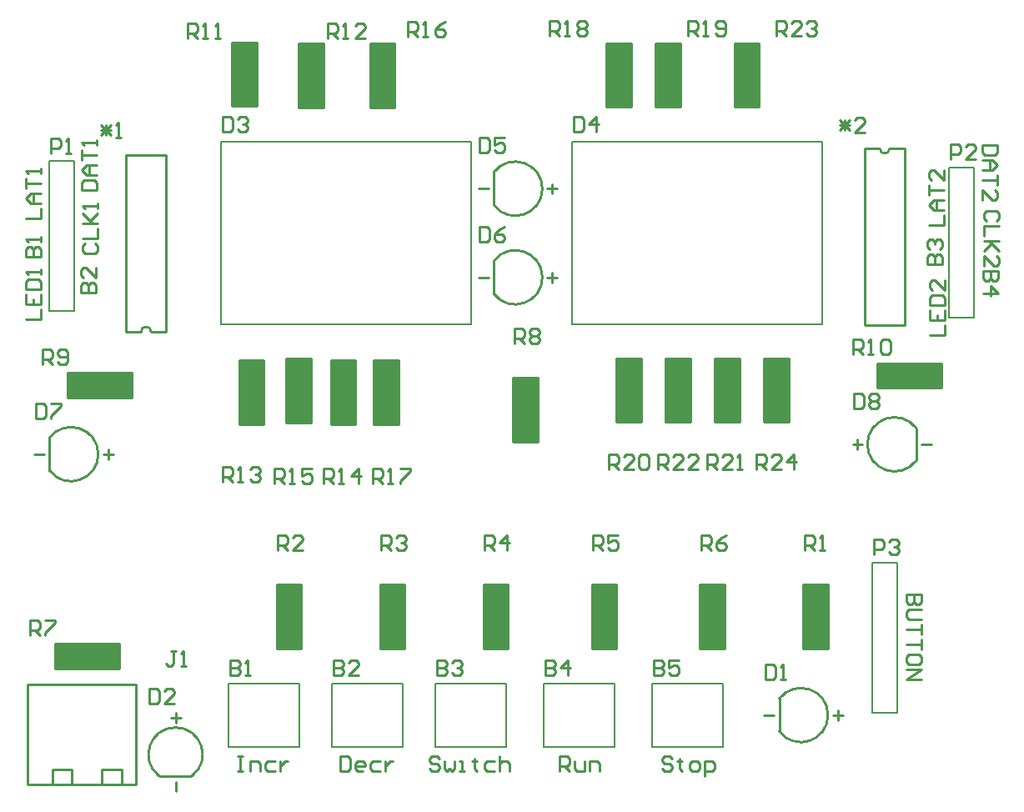
<source format=gto>
G04 Layer_Color=65535*
%FSTAX24Y24*%
%MOIN*%
G70*
G01*
G75*
%ADD19C,0.0100*%
%ADD20C,0.0059*%
%ADD21C,0.0079*%
%ADD22R,0.0984X0.2559*%
%ADD23R,0.2559X0.0984*%
D19*
X050512Y040295D02*
G03*
X050512Y041594I000866J00065D01*
G01*
X027028Y038504D02*
G03*
X025728Y038504I-00065J000866D01*
G01*
X039094Y061343D02*
G03*
X039094Y062642I000866J00065D01*
G01*
Y0578D02*
G03*
X039094Y059099I000866J00065D01*
G01*
X021339Y050728D02*
G03*
X021339Y052028I000866J00065D01*
G01*
X055984Y052421D02*
G03*
X055984Y051122I-000866J-00065D01*
G01*
X054528Y063602D02*
G03*
X054921Y063602I000197J0D01*
G01*
X025394Y05628D02*
G03*
X025Y05628I-000197J-0D01*
G01*
X04872Y065256D02*
Y067815D01*
X049705D01*
Y065256D02*
Y067815D01*
X04872Y065256D02*
X049705D01*
X045571Y065256D02*
Y067815D01*
X046555D01*
Y065256D02*
Y067815D01*
X045571Y065256D02*
X046555D01*
X043602D02*
Y067815D01*
X044587D01*
Y065256D02*
Y067815D01*
X043602Y065256D02*
X044587D01*
X050886Y052657D02*
Y055217D01*
X049902Y052657D02*
X050886D01*
X049902D02*
Y055217D01*
X050886D01*
X048917Y052657D02*
Y055217D01*
X047933Y052657D02*
X048917D01*
X047933D02*
Y055217D01*
X048917D01*
X046949Y052657D02*
Y055217D01*
X045965Y052657D02*
X046949D01*
X045965D02*
Y055217D01*
X046949D01*
X04498Y052657D02*
Y055217D01*
X043996Y052657D02*
X04498D01*
X043996D02*
Y055217D01*
X04498D01*
X034154Y065241D02*
Y0678D01*
X035138D01*
Y065241D02*
Y0678D01*
X034154Y065241D02*
X035138D01*
X031303D02*
Y0678D01*
X032287D01*
Y065241D02*
Y0678D01*
X031303Y065241D02*
X032287D01*
X028642Y065295D02*
Y067854D01*
X029626D01*
Y065295D02*
Y067854D01*
X028642Y065295D02*
X029626D01*
X03528Y052563D02*
Y055122D01*
X034295Y052563D02*
X03528D01*
X034295D02*
Y055122D01*
X03528D01*
X03357Y052583D02*
Y055142D01*
X032586Y052583D02*
X03357D01*
X032586D02*
Y055142D01*
X03357D01*
X031784Y052631D02*
Y05519D01*
X0308Y052631D02*
X031784D01*
X0308D02*
Y05519D01*
X031784D01*
X0299Y052583D02*
Y055142D01*
X028916Y052583D02*
X0299D01*
X028916D02*
Y055142D01*
X0299D01*
X020472Y042157D02*
X024803D01*
Y038157D02*
Y042157D01*
X020472Y038157D02*
X024803D01*
X020472D02*
Y042157D01*
X021457Y038157D02*
Y03878D01*
X022244D01*
Y038189D02*
Y03878D01*
X023425Y038189D02*
Y03878D01*
X024213D01*
Y038189D02*
Y03878D01*
X050512Y040315D02*
Y041594D01*
X049902Y040945D02*
X050295D01*
X052854Y04074D02*
Y041134D01*
X052657Y040945D02*
X053051D01*
X051476Y043602D02*
Y046161D01*
X052461D01*
Y043602D02*
Y046161D01*
X051476Y043602D02*
X052461D01*
X047343D02*
Y046161D01*
X048327D01*
Y043602D02*
Y046161D01*
X047343Y043602D02*
X048327D01*
X043012D02*
Y046161D01*
X043996D01*
Y043602D02*
Y046161D01*
X043012Y043602D02*
X043996D01*
X038681D02*
Y046161D01*
X039665D01*
Y043602D02*
Y046161D01*
X038681Y043602D02*
X039665D01*
X034547D02*
Y046161D01*
X035531D01*
Y043602D02*
Y046161D01*
X034547Y043602D02*
X035531D01*
X030413D02*
Y046161D01*
X031398D01*
Y043602D02*
Y046161D01*
X030413Y043602D02*
X031398D01*
X021555Y042815D02*
X024114D01*
X021555D02*
Y043799D01*
X024114D01*
Y042815D02*
Y043799D01*
X025728Y038504D02*
X027008D01*
X026378Y037894D02*
Y038287D01*
X026189Y040846D02*
X026583D01*
X026378Y04065D02*
Y041043D01*
X040846Y05187D02*
Y054429D01*
X039862Y05187D02*
X040846D01*
X039862D02*
Y054429D01*
X040846D01*
X039094Y061363D02*
Y062642D01*
X038484Y061993D02*
X038878D01*
X041437Y061788D02*
Y062182D01*
X04124Y061993D02*
X041634D01*
X039094Y057819D02*
Y059099D01*
X038484Y058449D02*
X038878D01*
X041437Y058245D02*
Y058638D01*
X04124Y058449D02*
X041634D01*
X022057Y053654D02*
X024617D01*
X022057D02*
Y054638D01*
X024617D01*
Y053654D02*
Y054638D01*
X054429Y05502D02*
X056988D01*
Y054035D02*
Y05502D01*
X054429Y054035D02*
X056988D01*
X054429D02*
Y05502D01*
X021339Y050748D02*
Y052028D01*
X020728Y051378D02*
X021122D01*
X023681Y051173D02*
Y051567D01*
X023484Y051378D02*
X023878D01*
X055984Y051122D02*
Y052402D01*
X056201Y051772D02*
X056594D01*
X053642Y051583D02*
Y051976D01*
X053445Y051772D02*
X053839D01*
X053937Y056539D02*
X055512D01*
X053937D02*
Y063602D01*
X054528D01*
X054921D02*
X055512D01*
Y056539D02*
Y063602D01*
X024409Y063343D02*
X025984D01*
Y05628D02*
Y063343D01*
X025394Y05628D02*
X025984D01*
X024409D02*
X025D01*
X024409D02*
Y063343D01*
X056488Y060535D02*
X057088D01*
Y060935D01*
Y061135D02*
X056688D01*
X056488Y061335D01*
X056688Y061535D01*
X057088D01*
X056788D01*
Y061135D01*
X056488Y061735D02*
Y062135D01*
Y061935D01*
X057088D01*
Y062735D02*
Y062335D01*
X056688Y062735D01*
X056588D01*
X056488Y062635D01*
Y062435D01*
X056588Y062335D01*
X059178Y06071D02*
X059278Y06081D01*
Y06101D01*
X059178Y06111D01*
X058778D01*
X058678Y06101D01*
Y06081D01*
X058778Y06071D01*
X059278Y06051D02*
X058678D01*
Y060111D01*
X059278Y059911D02*
X058678D01*
X058878D01*
X059278Y059511D01*
X058978Y059811D01*
X058678Y059511D01*
Y058911D02*
Y059311D01*
X059078Y058911D01*
X059178D01*
X059278Y059011D01*
Y059211D01*
X059178Y059311D01*
X054297Y047364D02*
Y047964D01*
X054597D01*
X054697Y047864D01*
Y047664D01*
X054597Y047564D01*
X054297D01*
X054897Y047864D02*
X054997Y047964D01*
X055197D01*
X055297Y047864D01*
Y047764D01*
X055197Y047664D01*
X055097D01*
X055197D01*
X055297Y047564D01*
Y047464D01*
X055197Y047364D01*
X054997D01*
X054897Y047464D01*
X057356Y063179D02*
Y063778D01*
X057656D01*
X057756Y063678D01*
Y063479D01*
X057656Y063379D01*
X057356D01*
X058356Y063179D02*
X057956D01*
X058356Y063579D01*
Y063678D01*
X058256Y063778D01*
X058056D01*
X057956Y063678D01*
X021394Y06342D02*
Y06402D01*
X021694D01*
X021794Y06392D01*
Y06372D01*
X021694Y06362D01*
X021394D01*
X021994Y06342D02*
X022194D01*
X022094D01*
Y06402D01*
X021994Y06392D01*
X049606Y050787D02*
Y051387D01*
X049906D01*
X050006Y051287D01*
Y051087D01*
X049906Y050987D01*
X049606D01*
X049806D02*
X050006Y050787D01*
X050606D02*
X050206D01*
X050606Y051187D01*
Y051287D01*
X050506Y051387D01*
X050306D01*
X050206Y051287D01*
X051106Y050787D02*
Y051387D01*
X050806Y051087D01*
X051206D01*
X050394Y06811D02*
Y06871D01*
X050694D01*
X050794Y06861D01*
Y06841D01*
X050694Y06831D01*
X050394D01*
X050594D02*
X050794Y06811D01*
X051393D02*
X050994D01*
X051393Y06851D01*
Y06861D01*
X051293Y06871D01*
X051093D01*
X050994Y06861D01*
X051593D02*
X051693Y06871D01*
X051893D01*
X051993Y06861D01*
Y06851D01*
X051893Y06841D01*
X051793D01*
X051893D01*
X051993Y06831D01*
Y06821D01*
X051893Y06811D01*
X051693D01*
X051593Y06821D01*
X045669Y050787D02*
Y051387D01*
X045969D01*
X046069Y051287D01*
Y051087D01*
X045969Y050987D01*
X045669D01*
X045869D02*
X046069Y050787D01*
X046669D02*
X046269D01*
X046669Y051187D01*
Y051287D01*
X046569Y051387D01*
X046369D01*
X046269Y051287D01*
X047269Y050787D02*
X046869D01*
X047269Y051187D01*
Y051287D01*
X047169Y051387D01*
X046969D01*
X046869Y051287D01*
X047638Y050787D02*
Y051387D01*
X047938D01*
X048038Y051287D01*
Y051087D01*
X047938Y050987D01*
X047638D01*
X047838D02*
X048038Y050787D01*
X048637D02*
X048238D01*
X048637Y051187D01*
Y051287D01*
X048538Y051387D01*
X048338D01*
X048238Y051287D01*
X048837Y050787D02*
X049037D01*
X048937D01*
Y051387D01*
X048837Y051287D01*
X043701Y050787D02*
Y051387D01*
X044001D01*
X044101Y051287D01*
Y051087D01*
X044001Y050987D01*
X043701D01*
X043901D02*
X044101Y050787D01*
X0447D02*
X044301D01*
X0447Y051187D01*
Y051287D01*
X044601Y051387D01*
X044401D01*
X044301Y051287D01*
X0449D02*
X045Y051387D01*
X0452D01*
X0453Y051287D01*
Y050887D01*
X0452Y050787D01*
X045D01*
X0449Y050887D01*
Y051287D01*
X04685Y06811D02*
Y06871D01*
X04715D01*
X04725Y06861D01*
Y06841D01*
X04715Y06831D01*
X04685D01*
X04705D02*
X04725Y06811D01*
X04745D02*
X04765D01*
X04755D01*
Y06871D01*
X04745Y06861D01*
X04795Y06821D02*
X04805Y06811D01*
X04825D01*
X04835Y06821D01*
Y06861D01*
X04825Y06871D01*
X04805D01*
X04795Y06861D01*
Y06851D01*
X04805Y06841D01*
X04835D01*
X041339Y06811D02*
Y06871D01*
X041638D01*
X041738Y06861D01*
Y06841D01*
X041638Y06831D01*
X041339D01*
X041539D02*
X041738Y06811D01*
X041938D02*
X042138D01*
X042038D01*
Y06871D01*
X041938Y06861D01*
X042438D02*
X042538Y06871D01*
X042738D01*
X042838Y06861D01*
Y06851D01*
X042738Y06841D01*
X042838Y06831D01*
Y06821D01*
X042738Y06811D01*
X042538D01*
X042438Y06821D01*
Y06831D01*
X042538Y06841D01*
X042438Y06851D01*
Y06861D01*
X042538Y06841D02*
X042738D01*
X034252Y050197D02*
Y050797D01*
X034552D01*
X034652Y050697D01*
Y050497D01*
X034552Y050397D01*
X034252D01*
X034452D02*
X034652Y050197D01*
X034852D02*
X035052D01*
X034952D01*
Y050797D01*
X034852Y050697D01*
X035352Y050797D02*
X035751D01*
Y050697D01*
X035352Y050297D01*
Y050197D01*
X035674Y068059D02*
Y068659D01*
X035974D01*
X036073Y068559D01*
Y068359D01*
X035974Y068259D01*
X035674D01*
X035874D02*
X036073Y068059D01*
X036273D02*
X036473D01*
X036373D01*
Y068659D01*
X036273Y068559D01*
X037173Y068659D02*
X036973Y068559D01*
X036773Y068359D01*
Y068159D01*
X036873Y068059D01*
X037073D01*
X037173Y068159D01*
Y068259D01*
X037073Y068359D01*
X036773D01*
X030315Y050197D02*
Y050797D01*
X030615D01*
X030715Y050697D01*
Y050497D01*
X030615Y050397D01*
X030315D01*
X030515D02*
X030715Y050197D01*
X030915D02*
X031115D01*
X031015D01*
Y050797D01*
X030915Y050697D01*
X031814Y050797D02*
X031415D01*
Y050497D01*
X031615Y050597D01*
X031715D01*
X031814Y050497D01*
Y050297D01*
X031715Y050197D01*
X031515D01*
X031415Y050297D01*
X032283Y050197D02*
Y050797D01*
X032583D01*
X032683Y050697D01*
Y050497D01*
X032583Y050397D01*
X032283D01*
X032483D02*
X032683Y050197D01*
X032883D02*
X033083D01*
X032983D01*
Y050797D01*
X032883Y050697D01*
X033683Y050197D02*
Y050797D01*
X033383Y050497D01*
X033783D01*
X028267Y05026D02*
Y05086D01*
X028566D01*
X028666Y05076D01*
Y05056D01*
X028566Y05046D01*
X028267D01*
X028466D02*
X028666Y05026D01*
X028866D02*
X029066D01*
X028966D01*
Y05086D01*
X028866Y05076D01*
X029366D02*
X029466Y05086D01*
X029666D01*
X029766Y05076D01*
Y05066D01*
X029666Y05056D01*
X029566D01*
X029666D01*
X029766Y05046D01*
Y05036D01*
X029666Y05026D01*
X029466D01*
X029366Y05036D01*
X032445Y067989D02*
Y068588D01*
X032745D01*
X032845Y068488D01*
Y068288D01*
X032745Y068189D01*
X032445D01*
X032645D02*
X032845Y067989D01*
X033045D02*
X033245D01*
X033145D01*
Y068588D01*
X033045Y068488D01*
X033945Y067989D02*
X033545D01*
X033945Y068388D01*
Y068488D01*
X033845Y068588D01*
X033645D01*
X033545Y068488D01*
X026856Y067988D02*
Y068588D01*
X027156D01*
X027256Y068488D01*
Y068288D01*
X027156Y068188D01*
X026856D01*
X027056D02*
X027256Y067988D01*
X027456D02*
X027656D01*
X027556D01*
Y068588D01*
X027456Y068488D01*
X027956Y067988D02*
X028155D01*
X028056D01*
Y068588D01*
X027956Y068488D01*
X053449Y05537D02*
Y05597D01*
X053749D01*
X053849Y05587D01*
Y05567D01*
X053749Y05557D01*
X053449D01*
X053649D02*
X053849Y05537D01*
X054049D02*
X054249D01*
X054149D01*
Y05597D01*
X054049Y05587D01*
X054549D02*
X054649Y05597D01*
X054849D01*
X054949Y05587D01*
Y05547D01*
X054849Y05537D01*
X054649D01*
X054549Y05547D01*
Y05587D01*
X021071Y054986D02*
Y055586D01*
X021371D01*
X021471Y055486D01*
Y055286D01*
X021371Y055186D01*
X021071D01*
X021271D02*
X021471Y054986D01*
X021671Y055086D02*
X021771Y054986D01*
X021971D01*
X022071Y055086D01*
Y055486D01*
X021971Y055586D01*
X021771D01*
X021671Y055486D01*
Y055386D01*
X021771Y055286D01*
X022071D01*
X039914Y055814D02*
Y056414D01*
X040214D01*
X040314Y056314D01*
Y056114D01*
X040214Y056014D01*
X039914D01*
X040114D02*
X040314Y055814D01*
X040514Y056314D02*
X040613Y056414D01*
X040813D01*
X040913Y056314D01*
Y056214D01*
X040813Y056114D01*
X040913Y056014D01*
Y055914D01*
X040813Y055814D01*
X040613D01*
X040514Y055914D01*
Y056014D01*
X040613Y056114D01*
X040514Y056214D01*
Y056314D01*
X040613Y056114D02*
X040813D01*
X020574Y04415D02*
Y04475D01*
X020874D01*
X020974Y04465D01*
Y04445D01*
X020874Y04435D01*
X020574D01*
X020774D02*
X020974Y04415D01*
X021174Y04475D02*
X021573D01*
Y04465D01*
X021174Y04425D01*
Y04415D01*
X047389Y047548D02*
Y048148D01*
X047689D01*
X047789Y048048D01*
Y047848D01*
X047689Y047748D01*
X047389D01*
X047589D02*
X047789Y047548D01*
X048389Y048148D02*
X048189Y048048D01*
X047989Y047848D01*
Y047648D01*
X048089Y047548D01*
X048289D01*
X048389Y047648D01*
Y047748D01*
X048289Y047848D01*
X047989D01*
X043064Y047548D02*
Y048148D01*
X043364D01*
X043464Y048048D01*
Y047848D01*
X043364Y047748D01*
X043064D01*
X043264D02*
X043464Y047548D01*
X044063Y048148D02*
X043664D01*
Y047848D01*
X043863Y047948D01*
X043963D01*
X044063Y047848D01*
Y047648D01*
X043963Y047548D01*
X043763D01*
X043664Y047648D01*
X038726Y047542D02*
Y048142D01*
X039026D01*
X039126Y048042D01*
Y047842D01*
X039026Y047742D01*
X038726D01*
X038926D02*
X039126Y047542D01*
X039626D02*
Y048142D01*
X039326Y047842D01*
X039726D01*
X034599Y047541D02*
Y048141D01*
X034899D01*
X034999Y048041D01*
Y047841D01*
X034899Y047741D01*
X034599D01*
X034799D02*
X034999Y047541D01*
X035199Y048041D02*
X035299Y048141D01*
X035499D01*
X035599Y048041D01*
Y047941D01*
X035499Y047841D01*
X035399D01*
X035499D01*
X035599Y047741D01*
Y047641D01*
X035499Y047541D01*
X035299D01*
X035199Y047641D01*
X030467Y047549D02*
Y048149D01*
X030767D01*
X030867Y048049D01*
Y047849D01*
X030767Y047749D01*
X030467D01*
X030667D02*
X030867Y047549D01*
X031467D02*
X031067D01*
X031467Y047949D01*
Y048049D01*
X031367Y048149D01*
X031167D01*
X031067Y048049D01*
X051524Y047546D02*
Y048146D01*
X051824D01*
X051924Y048046D01*
Y047846D01*
X051824Y047746D01*
X051524D01*
X051724D02*
X051924Y047546D01*
X052124D02*
X052323D01*
X052223D01*
Y048146D01*
X052124Y048046D01*
X026384Y043513D02*
X026184D01*
X026284D01*
Y043013D01*
X026184Y042913D01*
X026084D01*
X025984Y043013D01*
X026584Y042913D02*
X026784D01*
X026684D01*
Y043513D01*
X026584Y043413D01*
X053491Y053812D02*
Y053212D01*
X053791D01*
X053891Y053312D01*
Y053712D01*
X053791Y053812D01*
X053491D01*
X054091Y053712D02*
X054191Y053812D01*
X054391D01*
X054491Y053712D01*
Y053612D01*
X054391Y053512D01*
X054491Y053412D01*
Y053312D01*
X054391Y053212D01*
X054191D01*
X054091Y053312D01*
Y053412D01*
X054191Y053512D01*
X054091Y053612D01*
Y053712D01*
X054191Y053512D02*
X054391D01*
X020783Y053419D02*
Y052819D01*
X021083D01*
X021183Y052919D01*
Y053319D01*
X021083Y053419D01*
X020783D01*
X021382D02*
X021782D01*
Y053319D01*
X021382Y052919D01*
Y052819D01*
X038534Y06048D02*
Y059881D01*
X038834D01*
X038934Y059981D01*
Y06038D01*
X038834Y06048D01*
X038534D01*
X039534D02*
X039334Y06038D01*
X039134Y060181D01*
Y059981D01*
X039234Y059881D01*
X039434D01*
X039534Y059981D01*
Y060081D01*
X039434Y060181D01*
X039134D01*
X038536Y064024D02*
Y063424D01*
X038836D01*
X038936Y063524D01*
Y063924D01*
X038836Y064024D01*
X038536D01*
X039536D02*
X039136D01*
Y063724D01*
X039336Y063824D01*
X039436D01*
X039536Y063724D01*
Y063524D01*
X039436Y063424D01*
X039236D01*
X039136Y063524D01*
X042308Y064876D02*
Y064276D01*
X042607D01*
X042707Y064376D01*
Y064776D01*
X042607Y064876D01*
X042308D01*
X043207Y064276D02*
Y064876D01*
X042907Y064576D01*
X043307D01*
X028251Y06487D02*
Y06427D01*
X028551D01*
X028651Y06437D01*
Y06477D01*
X028551Y06487D01*
X028251D01*
X028851Y06477D02*
X028951Y06487D01*
X029151D01*
X029251Y06477D01*
Y06467D01*
X029151Y06457D01*
X029051D01*
X029151D01*
X029251Y06447D01*
Y06437D01*
X029151Y06427D01*
X028951D01*
X028851Y06437D01*
X02534Y041989D02*
Y041389D01*
X02564D01*
X02574Y041489D01*
Y041889D01*
X02564Y041989D01*
X02534D01*
X02634Y041389D02*
X02594D01*
X02634Y041789D01*
Y041889D01*
X02624Y041989D01*
X02604D01*
X02594Y041889D01*
X049952Y042986D02*
Y042386D01*
X050252D01*
X050352Y042486D01*
Y042886D01*
X050252Y042986D01*
X049952D01*
X050552Y042386D02*
X050752D01*
X050652D01*
Y042986D01*
X050552Y042886D01*
X045495Y04314D02*
Y04254D01*
X045795D01*
X045895Y04264D01*
Y04274D01*
X045795Y04284D01*
X045495D01*
X045795D01*
X045895Y04294D01*
Y04304D01*
X045795Y04314D01*
X045495D01*
X046495D02*
X046095D01*
Y04284D01*
X046295Y04294D01*
X046395D01*
X046495Y04284D01*
Y04264D01*
X046395Y04254D01*
X046195D01*
X046095Y04264D01*
X041165Y04314D02*
Y04254D01*
X041465D01*
X041565Y04264D01*
Y04274D01*
X041465Y04284D01*
X041165D01*
X041465D01*
X041565Y04294D01*
Y04304D01*
X041465Y04314D01*
X041165D01*
X042064Y04254D02*
Y04314D01*
X041764Y04284D01*
X042164D01*
X036834Y04314D02*
Y04254D01*
X037134D01*
X037234Y04264D01*
Y04274D01*
X037134Y04284D01*
X036834D01*
X037134D01*
X037234Y04294D01*
Y04304D01*
X037134Y04314D01*
X036834D01*
X037434Y04304D02*
X037534Y04314D01*
X037734D01*
X037834Y04304D01*
Y04294D01*
X037734Y04284D01*
X037634D01*
X037734D01*
X037834Y04274D01*
Y04264D01*
X037734Y04254D01*
X037534D01*
X037434Y04264D01*
X0327Y04314D02*
Y04254D01*
X033D01*
X0331Y04264D01*
Y04274D01*
X033Y04284D01*
X0327D01*
X033D01*
X0331Y04294D01*
Y04304D01*
X033Y04314D01*
X0327D01*
X0337Y04254D02*
X0333D01*
X0337Y04294D01*
Y04304D01*
X0336Y04314D01*
X0334D01*
X0333Y04304D01*
X028563Y043148D02*
Y042548D01*
X028863D01*
X028962Y042648D01*
Y042748D01*
X028863Y042848D01*
X028563D01*
X028863D01*
X028962Y042948D01*
Y043048D01*
X028863Y043148D01*
X028563D01*
X029162Y042548D02*
X029362D01*
X029262D01*
Y043148D01*
X029162Y043048D01*
X05293Y064738D02*
X05333Y064338D01*
X05293D02*
X05333Y064738D01*
X05293Y064538D02*
X05333D01*
X05313Y064338D02*
Y064738D01*
X05393Y064238D02*
X05353D01*
X05393Y064638D01*
Y064738D01*
X05383Y064838D01*
X05363D01*
X05353Y064738D01*
X023404Y064534D02*
X023804Y064134D01*
X023404D02*
X023804Y064534D01*
X023404Y064334D02*
X023804D01*
X023604Y064134D02*
Y064534D01*
X024004Y064034D02*
X024203D01*
X024103D01*
Y064634D01*
X024004Y064534D01*
X056192Y045776D02*
X055592D01*
Y045476D01*
X055692Y045376D01*
X055792D01*
X055892Y045476D01*
Y045776D01*
Y045476D01*
X055992Y045376D01*
X056092D01*
X056192Y045476D01*
Y045776D01*
Y045176D02*
X055692D01*
X055592Y045076D01*
Y044876D01*
X055692Y044776D01*
X056192D01*
Y044576D02*
Y044176D01*
Y044376D01*
X055592D01*
X056192Y043976D02*
Y043576D01*
Y043776D01*
X055592D01*
X056192Y043076D02*
Y043276D01*
X056092Y043376D01*
X055692D01*
X055592Y043276D01*
Y043076D01*
X055692Y042976D01*
X056092D01*
X056192Y043076D01*
X055592Y042777D02*
X056192D01*
X055592Y042377D01*
X056192D01*
X046211Y039194D02*
X046111Y039294D01*
X045911D01*
X045812Y039194D01*
Y039094D01*
X045911Y038994D01*
X046111D01*
X046211Y038894D01*
Y038794D01*
X046111Y038694D01*
X045911D01*
X045812Y038794D01*
X046511Y039194D02*
Y039094D01*
X046411D01*
X046611D01*
X046511D01*
Y038794D01*
X046611Y038694D01*
X047011D02*
X047211D01*
X047311Y038794D01*
Y038994D01*
X047211Y039094D01*
X047011D01*
X046911Y038994D01*
Y038794D01*
X047011Y038694D01*
X047511Y038495D02*
Y039094D01*
X047811D01*
X047911Y038994D01*
Y038794D01*
X047811Y038694D01*
X047511D01*
X041731D02*
Y039294D01*
X042031D01*
X042131Y039194D01*
Y038994D01*
X042031Y038894D01*
X041731D01*
X041931D02*
X042131Y038694D01*
X042331Y039094D02*
Y038794D01*
X042431Y038694D01*
X04273D01*
Y039094D01*
X04293Y038694D02*
Y039094D01*
X04323D01*
X04333Y038994D01*
Y038694D01*
X036926Y039194D02*
X036826Y039294D01*
X036626D01*
X036526Y039194D01*
Y039094D01*
X036626Y038994D01*
X036826D01*
X036926Y038894D01*
Y038794D01*
X036826Y038694D01*
X036626D01*
X036526Y038794D01*
X037126Y039094D02*
Y038794D01*
X037226Y038694D01*
X037326Y038794D01*
X037426Y038694D01*
X037526Y038794D01*
Y039094D01*
X037726Y038694D02*
X037926D01*
X037826D01*
Y039094D01*
X037726D01*
X038326Y039194D02*
Y039094D01*
X038226D01*
X038425D01*
X038326D01*
Y038794D01*
X038425Y038694D01*
X039125Y039094D02*
X038825D01*
X038725Y038994D01*
Y038794D01*
X038825Y038694D01*
X039125D01*
X039325Y039294D02*
Y038694D01*
Y038994D01*
X039425Y039094D01*
X039625D01*
X039725Y038994D01*
Y038694D01*
X032973Y039294D02*
Y038694D01*
X033273D01*
X033373Y038794D01*
Y039194D01*
X033273Y039294D01*
X032973D01*
X033873Y038694D02*
X033673D01*
X033573Y038794D01*
Y038994D01*
X033673Y039094D01*
X033873D01*
X033973Y038994D01*
Y038894D01*
X033573D01*
X034573Y039094D02*
X034273D01*
X034173Y038994D01*
Y038794D01*
X034273Y038694D01*
X034573D01*
X034773Y039094D02*
Y038694D01*
Y038894D01*
X034873Y038994D01*
X034973Y039094D01*
X035073D01*
X028869Y039294D02*
X029069D01*
X028969D01*
Y038694D01*
X028869D01*
X029069D01*
X029369D02*
Y039094D01*
X029669D01*
X029769Y038994D01*
Y038694D01*
X030369Y039094D02*
X030069D01*
X029969Y038994D01*
Y038794D01*
X030069Y038694D01*
X030369D01*
X030569Y039094D02*
Y038694D01*
Y038894D01*
X030669Y038994D01*
X030769Y039094D01*
X030869D01*
X022618Y061945D02*
X023218D01*
Y062245D01*
X023118Y062345D01*
X022718D01*
X022618Y062245D01*
Y061945D01*
X023218Y062545D02*
X022818D01*
X022618Y062745D01*
X022818Y062945D01*
X023218D01*
X022918D01*
Y062545D01*
X022618Y063144D02*
Y063544D01*
Y063344D01*
X023218D01*
Y063744D02*
Y063944D01*
Y063844D01*
X022618D01*
X022718Y063744D01*
X020386Y060811D02*
X020986D01*
Y061211D01*
Y061411D02*
X020586D01*
X020386Y061611D01*
X020586Y061811D01*
X020986D01*
X020686D01*
Y061411D01*
X020386Y062011D02*
Y062411D01*
Y062211D01*
X020986D01*
Y06261D02*
Y06281D01*
Y06271D01*
X020386D01*
X020486Y06261D01*
X022777Y059805D02*
X022677Y059705D01*
Y059505D01*
X022777Y059406D01*
X023177D01*
X023277Y059505D01*
Y059705D01*
X023177Y059805D01*
X022677Y060005D02*
X023277D01*
Y060405D01*
X022677Y060605D02*
X023277D01*
X023077D01*
X022677Y061005D01*
X022977Y060705D01*
X023277Y061005D01*
Y061205D02*
Y061405D01*
Y061305D01*
X022677D01*
X022777Y061205D01*
X020386Y059283D02*
X020986D01*
Y059583D01*
X020886Y059683D01*
X020786D01*
X020686Y059583D01*
Y059283D01*
Y059583D01*
X020586Y059683D01*
X020486D01*
X020386Y059583D01*
Y059283D01*
X020986Y059883D02*
Y060083D01*
Y059983D01*
X020386D01*
X020486Y059883D01*
X022587Y057843D02*
X023186D01*
Y058142D01*
X023086Y058242D01*
X022986D01*
X022886Y058142D01*
Y057843D01*
Y058142D01*
X022786Y058242D01*
X022686D01*
X022587Y058142D01*
Y057843D01*
X023186Y058842D02*
Y058442D01*
X022786Y058842D01*
X022686D01*
X022587Y058742D01*
Y058542D01*
X022686Y058442D01*
X020386Y056772D02*
X020986D01*
Y057172D01*
X020386Y057771D02*
Y057371D01*
X020986D01*
Y057771D01*
X020686Y057371D02*
Y057571D01*
X020386Y057971D02*
X020986D01*
Y058271D01*
X020886Y058371D01*
X020486D01*
X020386Y058271D01*
Y057971D01*
X020986Y058571D02*
Y058771D01*
Y058671D01*
X020386D01*
X020486Y058571D01*
X059227Y063752D02*
X058627D01*
Y063452D01*
X058727Y063352D01*
X059127D01*
X059227Y063452D01*
Y063752D01*
X058627Y063152D02*
X059027D01*
X059227Y062952D01*
X059027Y062752D01*
X058627D01*
X058927D01*
Y063152D01*
X059227Y062552D02*
Y062152D01*
Y062352D01*
X058627D01*
Y061553D02*
Y061953D01*
X059027Y061553D01*
X059127D01*
X059227Y061653D01*
Y061853D01*
X059127Y061953D01*
X056421Y058965D02*
X057021D01*
Y059264D01*
X056921Y059364D01*
X056821D01*
X056721Y059264D01*
Y058965D01*
Y059264D01*
X056621Y059364D01*
X056521D01*
X056421Y059264D01*
Y058965D01*
X056521Y059564D02*
X056421Y059664D01*
Y059864D01*
X056521Y059964D01*
X056621D01*
X056721Y059864D01*
Y059764D01*
Y059864D01*
X056821Y059964D01*
X056921D01*
X057021Y059864D01*
Y059664D01*
X056921Y059564D01*
X059274Y058701D02*
X058675D01*
Y058401D01*
X058774Y058301D01*
X058874D01*
X058974Y058401D01*
Y058701D01*
Y058401D01*
X059074Y058301D01*
X059174D01*
X059274Y058401D01*
Y058701D01*
X058675Y057801D02*
X059274D01*
X058974Y058101D01*
Y057701D01*
X056535Y05613D02*
X057135D01*
Y05653D01*
X056535Y05713D02*
Y05673D01*
X057135D01*
Y05713D01*
X056835Y05673D02*
Y05693D01*
X056535Y05733D02*
X057135D01*
Y057629D01*
X057035Y057729D01*
X056635D01*
X056535Y057629D01*
Y05733D01*
X057135Y058329D02*
Y057929D01*
X056735Y058329D01*
X056635D01*
X056535Y058229D01*
Y058029D01*
X056635Y057929D01*
D20*
X058286Y056851D02*
Y062851D01*
X057286Y056851D02*
X058286D01*
X057286Y062851D02*
X058286D01*
X057286Y056851D02*
Y062851D01*
X021319Y057095D02*
Y063095D01*
X022319D01*
X021319Y057095D02*
X022319D01*
Y063095D01*
X055224Y041035D02*
Y047035D01*
X054224Y041035D02*
X055224D01*
X054224Y047035D02*
X055224D01*
X054224Y041035D02*
Y047035D01*
D21*
X04685Y042205D02*
X048268D01*
Y039685D02*
Y042205D01*
X045433Y039685D02*
X048268D01*
X045433D02*
Y042205D01*
X04685D01*
X04252D02*
X043937D01*
Y039685D02*
Y042205D01*
X041102Y039685D02*
X043937D01*
X041102D02*
Y042205D01*
X04252D01*
X038189D02*
X039606D01*
Y039685D02*
Y042205D01*
X036772Y039685D02*
X039606D01*
X036772D02*
Y042205D01*
X038189D01*
X034055D02*
X035472D01*
Y039685D02*
Y042205D01*
X032638Y039685D02*
X035472D01*
X032638D02*
Y042205D01*
X034055D01*
X029921D02*
X031339D01*
Y039685D02*
Y042205D01*
X028504Y039685D02*
X031339D01*
X028504D02*
Y042205D01*
X029921D01*
X042244Y056579D02*
Y063863D01*
Y056579D02*
X052244D01*
Y063863D01*
X042244D02*
X052244D01*
X028194Y056572D02*
Y063856D01*
Y056572D02*
X038194D01*
Y063856D01*
X028194D02*
X038194D01*
D22*
X049213Y066535D02*
D03*
X046063Y066535D02*
D03*
X044094D02*
D03*
X050394Y053937D02*
D03*
X048425D02*
D03*
X046457D02*
D03*
X044488D02*
D03*
X034646Y06652D02*
D03*
X031795D02*
D03*
X029134Y066575D02*
D03*
X034787Y053843D02*
D03*
X033078Y053862D02*
D03*
X031292Y053911D02*
D03*
X029408Y053862D02*
D03*
X051968Y044882D02*
D03*
X047835Y044882D02*
D03*
X043504D02*
D03*
X039173Y044882D02*
D03*
X035039Y044882D02*
D03*
X030905D02*
D03*
X040354Y05315D02*
D03*
D23*
X022835Y043307D02*
D03*
X023337Y054146D02*
D03*
X055709Y054528D02*
D03*
M02*

</source>
